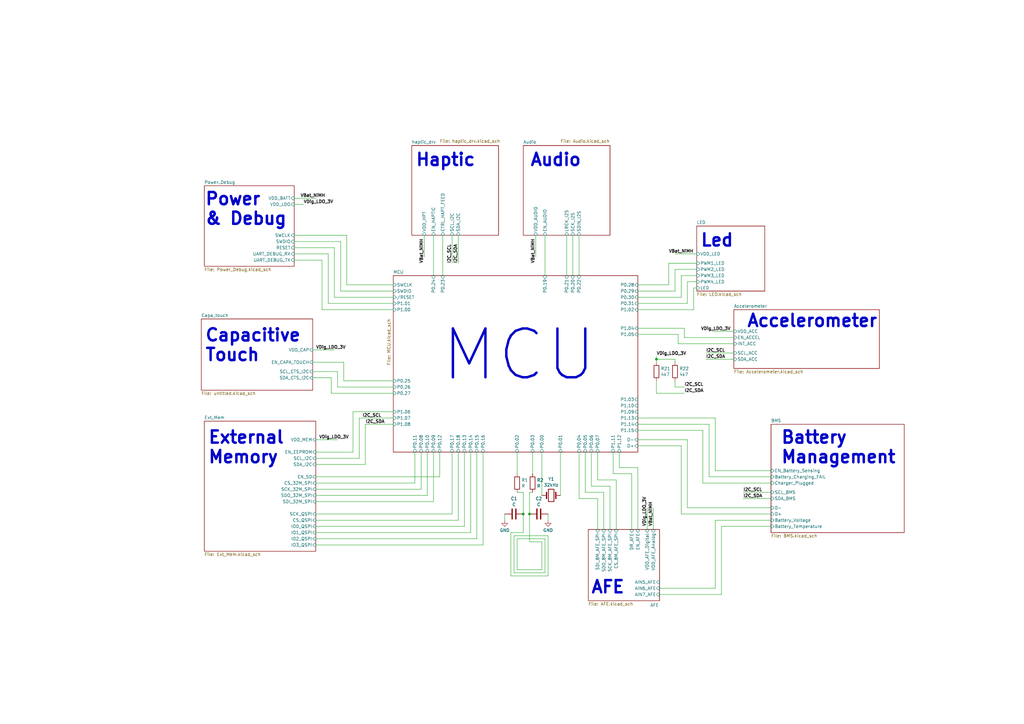
<source format=kicad_sch>
(kicad_sch (version 20230121) (generator eeschema)
  (paper "A3")
  (lib_symbols
    (symbol "Device:C" (pin_numbers hide) (pin_names (offset 0.254))
      (property "Reference" "C" (at 0.635 2.54 0))
      (property "Value" "C" (at 0.635 -2.54 0))
      (symbol "C_0_1"
        (polyline (pts (xy -2.032 -0.762) (xy 2.032 -0.762)) (stroke (width 0.508)))
        (polyline (pts (xy -2.032 0.762) (xy 2.032 0.762)) (stroke (width 0.508)))
      )
      (symbol "C_1_1"
        (pin passive line (at 0 3.81 270) (length 2.794) (name "~") (number "1"))
        (pin passive line (at 0 -3.81 90) (length 2.794) (name "~") (number "2"))
      )
    )
    (symbol "Device:Crystal" (pin_numbers hide) (pin_names (offset 1.016) hide)
      (property "Reference" "Y" (at 0 3.81 0))
      (property "Value" "Crystal" (at 0 -3.81 0))
      (symbol "Crystal_0_1"
        (rectangle (start -1.143 2.54) (end 1.143 -2.54) (stroke (width 0.3048)))
        (polyline (pts (xy -2.54 0) (xy -1.905 0)))
        (polyline (pts (xy -1.905 -1.27) (xy -1.905 1.27)) (stroke (width 0.508)))
        (polyline (pts (xy 1.905 -1.27) (xy 1.905 1.27)) (stroke (width 0.508)))
        (polyline (pts (xy 2.54 0) (xy 1.905 0)))
      )
      (symbol "Crystal_1_1"
        (pin passive line (at -3.81 0 0) (length 1.27) (name "1") (number "1"))
        (pin passive line (at 3.81 0 180) (length 1.27) (name "2") (number "2"))
      )
    )
    (symbol "Device:R" (pin_numbers hide) (pin_names (offset 0))
      (property "Reference" "R" (at 2.032 0 90))
      (property "Value" "R" (at 0 0 90))
      (symbol "R_0_1"
        (rectangle (start -1.016 -2.54) (end 1.016 2.54) (stroke (width 0.254)))
      )
      (symbol "R_1_1"
        (pin passive line (at 0 3.81 270) (length 1.27) (name "~") (number "1"))
        (pin passive line (at 0 -3.81 90) (length 1.27) (name "~") (number "2"))
      )
    )
    (symbol "power:GND" (power) (pin_names (offset 0))
      (property "Value" "GND" (at 0 -3.81 0))
      (symbol "GND_0_1"
        (polyline (pts (xy 0 0) (xy 0 -1.27) (xy 1.27 -1.27) (xy 0 -2.54) (xy -1.27 -1.27) (xy 0 -1.27)))
      )
      (symbol "GND_1_1"
        (pin power_in line (at 0 0 270) (length 0) hide (name "GND") (number "1"))
      )
    )
  )
  (junction (at 269.24 147.32))
  (junction (at 217.17 210.82))
  (junction (at 214.63 210.82))
  (wire (pts (xy 222.25 233.68) (xy 222.25 222.25)))
  (wire (pts (xy 316.23 208.28) (xy 281.94 208.28)))
  (wire (pts (xy 137.16 121.92) (xy 161.29 121.92)))
  (wire (pts (xy 240.03 201.93) (xy 247.65 201.93)))
  (wire (pts (xy 281.94 208.28) (xy 281.94 180.34)))
  (wire (pts (xy 234.95 96.52) (xy 234.95 113.03)))
  (wire (pts (xy 240.03 185.42) (xy 240.03 201.93)))
  (wire (pts (xy 144.78 185.42) (xy 129.54 185.42)))
  (wire (pts (xy 177.8 96.52) (xy 177.8 113.03)))
  (wire (pts (xy 229.87 185.42) (xy 229.87 203.2)))
  (wire (pts (xy 217.17 201.93) (xy 217.17 210.82)))
  (wire (pts (xy 280.67 134.62) (xy 280.67 138.43)))
  (wire (pts (xy 276.86 110.49) (xy 285.75 110.49)))
  (wire (pts (xy 285.75 107.95) (xy 274.32 107.95)))
  (wire (pts (xy 269.24 147.32) (xy 269.24 148.59)))
  (wire (pts (xy 252.73 196.85) (xy 252.73 217.17)))
  (wire (pts (xy 181.61 96.52) (xy 181.61 113.03)))
  (wire (pts (xy 254 185.42) (xy 254 191.77)))
  (wire (pts (xy 237.49 204.47) (xy 237.49 185.42)))
  (wire (pts (xy 288.29 198.12) (xy 316.23 198.12)))
  (wire (pts (xy 149.86 173.99) (xy 161.29 173.99)))
  (wire (pts (xy 261.62 191.77) (xy 254 191.77)))
  (wire (pts (xy 247.65 201.93) (xy 247.65 217.17)))
  (wire (pts (xy 290.83 195.58) (xy 316.23 195.58)))
  (wire (pts (xy 285.75 104.14) (xy 276.86 104.14)))
  (wire (pts (xy 218.44 185.42) (xy 218.44 194.31)))
  (wire (pts (xy 300.99 135.89) (xy 292.1 135.89)))
  (wire (pts (xy 173.99 96.52) (xy 173.99 105.41)))
  (wire (pts (xy 270.51 243.84) (xy 295.91 243.84)))
  (wire (pts (xy 261.62 116.84) (xy 274.32 116.84)))
  (wire (pts (xy 214.63 201.93) (xy 214.63 210.82)))
  (wire (pts (xy 129.54 187.96) (xy 147.32 187.96)))
  (wire (pts (xy 129.54 195.58) (xy 180.34 195.58)))
  (wire (pts (xy 187.96 213.36) (xy 129.54 213.36)))
  (wire (pts (xy 261.62 182.88) (xy 279.4 182.88)))
  (wire (pts (xy 242.57 199.39) (xy 242.57 185.42)))
  (wire (pts (xy 245.11 196.85) (xy 252.73 196.85)))
  (wire (pts (xy 250.19 217.17) (xy 250.19 199.39)))
  (wire (pts (xy 132.08 106.68) (xy 132.08 127)))
  (wire (pts (xy 149.86 173.99) (xy 149.86 190.5)))
  (wire (pts (xy 193.04 218.44) (xy 193.04 185.42)))
  (wire (pts (xy 261.62 217.17) (xy 261.62 191.77)))
  (wire (pts (xy 223.52 234.95) (xy 223.52 220.98)))
  (wire (pts (xy 128.27 152.4) (xy 138.43 152.4)))
  (wire (pts (xy 274.32 107.95) (xy 274.32 116.84)))
  (wire (pts (xy 140.97 148.59) (xy 128.27 148.59)))
  (wire (pts (xy 224.79 210.82) (xy 224.79 213.36)))
  (wire (pts (xy 267.97 217.17) (xy 267.97 208.28)))
  (wire (pts (xy 285.75 118.11) (xy 284.48 118.11)))
  (wire (pts (xy 139.7 119.38) (xy 139.7 99.06)))
  (wire (pts (xy 300.99 147.32) (xy 289.56 147.32)))
  (wire (pts (xy 147.32 187.96) (xy 147.32 171.45)))
  (wire (pts (xy 295.91 215.9) (xy 316.23 215.9)))
  (wire (pts (xy 170.18 198.12) (xy 170.18 185.42)))
  (wire (pts (xy 161.29 161.29) (xy 135.89 161.29)))
  (wire (pts (xy 259.08 194.31) (xy 259.08 217.17)))
  (wire (pts (xy 210.82 234.95) (xy 223.52 234.95)))
  (wire (pts (xy 261.62 121.92) (xy 279.4 121.92)))
  (wire (pts (xy 120.65 106.68) (xy 132.08 106.68)))
  (wire (pts (xy 120.65 101.6) (xy 137.16 101.6)))
  (wire (pts (xy 135.89 161.29) (xy 135.89 154.94)))
  (wire (pts (xy 224.79 219.71) (xy 210.82 219.71)))
  (wire (pts (xy 207.01 210.82) (xy 207.01 213.36)))
  (wire (pts (xy 129.54 210.82) (xy 185.42 210.82)))
  (wire (pts (xy 144.78 168.91) (xy 161.29 168.91)))
  (wire (pts (xy 237.49 96.52) (xy 237.49 113.03)))
  (wire (pts (xy 223.52 96.52) (xy 223.52 113.03)))
  (wire (pts (xy 149.86 190.5) (xy 129.54 190.5)))
  (wire (pts (xy 261.62 134.62) (xy 280.67 134.62)))
  (wire (pts (xy 316.23 201.93) (xy 304.8 201.93)))
  (wire (pts (xy 245.11 217.17) (xy 245.11 204.47)))
  (wire (pts (xy 129.54 198.12) (xy 170.18 198.12)))
  (wire (pts (xy 218.44 201.93) (xy 217.17 201.93)))
  (wire (pts (xy 187.96 185.42) (xy 187.96 213.36)))
  (wire (pts (xy 161.29 156.21) (xy 140.97 156.21)))
  (wire (pts (xy 288.29 176.53) (xy 261.62 176.53)))
  (wire (pts (xy 209.55 236.22) (xy 224.79 236.22)))
  (wire (pts (xy 217.17 222.25) (xy 217.17 210.82)))
  (wire (pts (xy 251.46 185.42) (xy 251.46 194.31)))
  (wire (pts (xy 142.24 96.52) (xy 142.24 116.84)))
  (wire (pts (xy 212.09 201.93) (xy 214.63 201.93)))
  (wire (pts (xy 177.8 185.42) (xy 177.8 205.74)))
  (wire (pts (xy 134.62 124.46) (xy 134.62 104.14)))
  (wire (pts (xy 245.11 185.42) (xy 245.11 196.85)))
  (wire (pts (xy 293.37 213.36) (xy 293.37 241.3)))
  (wire (pts (xy 269.24 146.05) (xy 269.24 147.32)))
  (wire (pts (xy 245.11 204.47) (xy 237.49 204.47)))
  (wire (pts (xy 129.54 180.34) (xy 138.43 180.34)))
  (wire (pts (xy 144.78 168.91) (xy 144.78 185.42)))
  (wire (pts (xy 128.27 143.51) (xy 137.16 143.51)))
  (wire (pts (xy 280.67 138.43) (xy 300.99 138.43)))
  (wire (pts (xy 138.43 158.75) (xy 161.29 158.75)))
  (wire (pts (xy 261.62 124.46) (xy 281.94 124.46)))
  (wire (pts (xy 140.97 156.21) (xy 140.97 148.59)))
  (wire (pts (xy 281.94 180.34) (xy 261.62 180.34)))
  (wire (pts (xy 278.13 140.97) (xy 300.99 140.97)))
  (wire (pts (xy 134.62 104.14) (xy 120.65 104.14)))
  (wire (pts (xy 222.25 185.42) (xy 222.25 203.2)))
  (wire (pts (xy 265.43 217.17) (xy 265.43 208.28)))
  (wire (pts (xy 219.71 96.52) (xy 219.71 105.41)))
  (wire (pts (xy 209.55 218.44) (xy 209.55 236.22)))
  (wire (pts (xy 129.54 223.52) (xy 198.12 223.52)))
  (wire (pts (xy 214.63 210.82) (xy 214.63 218.44)))
  (wire (pts (xy 139.7 99.06) (xy 120.65 99.06)))
  (wire (pts (xy 293.37 193.04) (xy 316.23 193.04)))
  (wire (pts (xy 261.62 173.99) (xy 290.83 173.99)))
  (wire (pts (xy 129.54 215.9) (xy 190.5 215.9)))
  (wire (pts (xy 135.89 154.94) (xy 128.27 154.94)))
  (wire (pts (xy 261.62 171.45) (xy 293.37 171.45)))
  (wire (pts (xy 175.26 203.2) (xy 175.26 185.42)))
  (wire (pts (xy 222.25 222.25) (xy 217.17 222.25)))
  (wire (pts (xy 195.58 185.42) (xy 195.58 220.98)))
  (wire (pts (xy 120.65 96.52) (xy 142.24 96.52)))
  (wire (pts (xy 147.32 171.45) (xy 161.29 171.45)))
  (wire (pts (xy 261.62 119.38) (xy 276.86 119.38)))
  (wire (pts (xy 276.86 156.21) (xy 276.86 158.75)))
  (wire (pts (xy 177.8 205.74) (xy 129.54 205.74)))
  (wire (pts (xy 212.09 233.68) (xy 222.25 233.68)))
  (wire (pts (xy 288.29 176.53) (xy 288.29 198.12)))
  (wire (pts (xy 279.4 113.03) (xy 279.4 121.92)))
  (wire (pts (xy 195.58 220.98) (xy 129.54 220.98)))
  (wire (pts (xy 281.94 115.57) (xy 285.75 115.57)))
  (wire (pts (xy 138.43 152.4) (xy 138.43 158.75)))
  (wire (pts (xy 212.09 220.98) (xy 212.09 233.68)))
  (wire (pts (xy 137.16 101.6) (xy 137.16 121.92)))
  (wire (pts (xy 120.65 81.28) (xy 129.54 81.28)))
  (wire (pts (xy 269.24 147.32) (xy 276.86 147.32)))
  (wire (pts (xy 300.99 144.78) (xy 289.56 144.78)))
  (wire (pts (xy 161.29 119.38) (xy 139.7 119.38)))
  (wire (pts (xy 284.48 118.11) (xy 284.48 127)))
  (wire (pts (xy 276.86 148.59) (xy 276.86 147.32)))
  (wire (pts (xy 261.62 127) (xy 284.48 127)))
  (wire (pts (xy 269.24 161.29) (xy 269.24 156.21)))
  (wire (pts (xy 290.83 173.99) (xy 290.83 195.58)))
  (wire (pts (xy 224.79 236.22) (xy 224.79 219.71)))
  (wire (pts (xy 214.63 218.44) (xy 209.55 218.44)))
  (wire (pts (xy 132.08 127) (xy 161.29 127)))
  (wire (pts (xy 280.67 161.29) (xy 269.24 161.29)))
  (wire (pts (xy 190.5 215.9) (xy 190.5 185.42)))
  (wire (pts (xy 223.52 220.98) (xy 212.09 220.98)))
  (wire (pts (xy 285.75 113.03) (xy 279.4 113.03)))
  (wire (pts (xy 232.41 96.52) (xy 232.41 113.03)))
  (wire (pts (xy 281.94 124.46) (xy 281.94 115.57)))
  (wire (pts (xy 185.42 210.82) (xy 185.42 185.42)))
  (wire (pts (xy 185.42 96.52) (xy 185.42 107.95)))
  (wire (pts (xy 278.13 137.16) (xy 278.13 140.97)))
  (wire (pts (xy 129.54 200.66) (xy 172.72 200.66)))
  (wire (pts (xy 293.37 171.45) (xy 293.37 193.04)))
  (wire (pts (xy 198.12 223.52) (xy 198.12 185.42)))
  (wire (pts (xy 210.82 219.71) (xy 210.82 234.95)))
  (wire (pts (xy 316.23 204.47) (xy 304.8 204.47)))
  (wire (pts (xy 187.96 96.52) (xy 187.96 107.95)))
  (wire (pts (xy 316.23 213.36) (xy 293.37 213.36)))
  (wire (pts (xy 120.65 83.82) (xy 124.46 83.82)))
  (wire (pts (xy 279.4 210.82) (xy 316.23 210.82)))
  (wire (pts (xy 251.46 194.31) (xy 259.08 194.31)))
  (wire (pts (xy 293.37 241.3) (xy 270.51 241.3)))
  (wire (pts (xy 276.86 158.75) (xy 280.67 158.75)))
  (wire (pts (xy 295.91 243.84) (xy 295.91 215.9)))
  (wire (pts (xy 134.62 124.46) (xy 161.29 124.46)))
  (wire (pts (xy 212.09 185.42) (xy 212.09 194.31)))
  (wire (pts (xy 250.19 199.39) (xy 242.57 199.39)))
  (wire (pts (xy 129.54 203.2) (xy 175.26 203.2)))
  (wire (pts (xy 129.54 218.44) (xy 193.04 218.44)))
  (wire (pts (xy 261.62 137.16) (xy 278.13 137.16)))
  (wire (pts (xy 279.4 182.88) (xy 279.4 210.82)))
  (wire (pts (xy 180.34 195.58) (xy 180.34 185.42)))
  (wire (pts (xy 142.24 116.84) (xy 161.29 116.84)))
  (wire (pts (xy 276.86 119.38) (xy 276.86 110.49)))
  (wire (pts (xy 172.72 200.66) (xy 172.72 185.42)))
  (text "Audio" (at 217.17 68.58 0) (effects (font (size 5 5) (thickness 1) bold) (justify left bottom)))
  (text "Accelerometer" (at 306.07 134.62 0) (effects (font (size 5 5) (thickness 1) bold) (justify left bottom)))
  (text "External\nMemory" (at 85.09 190.5 0) (effects (font (size 5 5) (thickness 1) bold) (justify left bottom)))
  (text "AFE" (at 256.54 243.84 0) (effects (font (size 5 5) (thickness 1) bold) (justify right bottom)))
  (text "Battery\nManagement" (at 320.04 190.5 0) (effects (font (size 5 5) (thickness 1) bold) (justify left bottom)))
  (text "MCU" (at 180.34 157.48 0) (effects (font (size 20 20) (thickness 1) bold) (justify left bottom)))
  (text "Power\n& Debug" (at 83.82 92.71 0) (effects (font (size 5 5) (thickness 1) bold) (justify left bottom)))
  (text "Haptic" (at 170.18 68.58 0) (effects (font (size 5 5) (thickness 1) bold) (justify left bottom)))
  (text "Led" (at 287.02 101.6 0) (effects (font (size 5 5) (thickness 1) bold) (justify left bottom)))
  (text "Capacitive \nTouch" (at 83.82 148.59 0) (effects (font (size 5 5) (thickness 1) bold) (justify left bottom)))
  (label "VDig_LDO_3V" (at 130.81 180.34 0) (effects (font bold)))
  (label "I2C_SDA" (at 187.96 107.95 90) (effects (font bold)))
  (label "I2C_SDA" (at 280.67 161.29 0) (effects (font bold)))
  (label "VDig_LDO_3V" (at 265.43 215.9 90) (effects (font bold)))
  (label "I2C_SDA" (at 149.86 173.99 0) (effects (font bold)))
  (label "VDig_LDO_3V" (at 129.54 143.51 0) (effects (font bold)))
  (label "I2C_SCL" (at 185.42 107.95 90) (effects (font bold)))
  (label "I2C_SCL" (at 148.59 171.45 0) (effects (font bold)))
  (label "I2C_SCL" (at 304.8 201.93 0) (effects (font bold)))
  (label "VDig_LDO_3V" (at 124.46 83.82 0) (effects (font bold)))
  (label "VDig_LDO_3V" (at 299.72 135.89 180) (effects (font bold)))
  (label "I2C_SDA" (at 304.8 204.47 0) (effects (font bold)))
  (label "VBat_NiMH" (at 219.71 97.79 270) (effects (font bold)))
  (label "I2C_SCL" (at 289.56 144.78 0) (effects (font bold)))
  (label "I2C_SCL" (at 280.67 158.75 0) (effects (font bold)))
  (label "VBat_NiMH" (at 123.19 81.28 0) (effects (font bold)))
  (label "VBat_NiMH" (at 267.97 215.9 90) (effects (font bold)))
  (label "VBat_NiMH" (at 173.99 97.79 270) (effects (font bold)))
  (label "VBat_NiMH" (at 284.48 104.14 180) (effects (font bold)))
  (label "VDig_LDO_3V" (at 269.24 146.05 0) (effects (font bold)))
  (label "I2C_SDA" (at 289.56 147.32 0) (effects (font bold)))
  (symbol (lib_id "Device:C") (at 220.98 210.82 90) (unit 1)
    (property "Reference" "C2" (at 220.98 204.5167 90))
    (property "Value" "C" (at 220.98 206.9409 90))
  )
  (symbol (lib_id "Device:R") (at 276.86 152.4 0) (unit 1)
    (property "Reference" "R22" (at 278.638 151.1879 0) (effects (justify left)))
    (property "Value" "4k7" (at 278.638 153.6121 0) (effects (justify left)))
    (property "Tolerance" "0.1%" (effects hide))
  )
  (symbol (lib_id "Device:R") (at 212.09 198.12 0) (unit 1)
    (property "Reference" "R1" (at 213.868 196.9079 0) (effects (justify left)))
    (property "Value" "R" (at 213.868 199.3321 0) (effects (justify left)))
    (property "Tolerance" "0.1%" (effects hide))
  )
  (symbol (lib_id "Device:R") (at 218.44 198.12 0) (unit 1)
    (property "Reference" "R2" (at 220.218 196.9079 0) (effects (justify left)))
    (property "Value" "R" (at 220.218 199.3321 0) (effects (justify left)))
    (property "Tolerance" "0.1%" (effects hide))
  )
  (symbol (lib_id "power:GND") (at 207.01 213.36 0) (unit 1)
    (property "Reference" "#PWR02" (effects hide))
    (property "Value" "GND" (at 207.01 217.4931 0))
  )
  (symbol (lib_id "Device:Crystal") (at 226.06 203.2 0) (unit 1)
    (property "Reference" "Y1" (at 226.06 196.4903 0))
    (property "Value" "32kHz" (at 226.06 198.9145 0))
  )
  (symbol (lib_id "power:GND") (at 224.79 213.36 0) (unit 1)
    (property "Reference" "#PWR03" (effects hide))
    (property "Value" "GND" (at 224.79 217.4931 0))
  )
  (symbol (lib_id "Device:C") (at 210.82 210.82 90) (unit 1)
    (property "Reference" "C1" (at 210.82 204.5167 90))
    (property "Value" "C" (at 210.82 206.9409 90))
  )
  (symbol (lib_id "Device:R") (at 269.24 152.4 0) (unit 1)
    (property "Reference" "R21" (at 271.018 151.1879 0) (effects (justify left)))
    (property "Value" "4k7" (at 271.018 153.6121 0) (effects (justify left)))
    (property "Tolerance" "0.1%" (effects hide))
  )
  (sheet (at 316.23 173.99) (size 54.61 44.45) (stroke (width 0.1524))
    (property "Sheetname" "BMS" (at 316.23 173.2784 0) (effects (justify left bottom)))
    (property "Sheetfile" "BMS.kicad_sch" (at 316.23 219.0246 0) (effects (justify left top)))
    (pin "Battery_Voltage" input (at 316.23 213.36 180))
    (pin "Battery_Temperature" input (at 316.23 215.9 180))
    (pin "Battery_Charging_FAIL" input (at 316.23 195.58 180))
    (pin "Charger_Plugged" input (at 316.23 198.12 180))
    (pin "SCL_BMS" input (at 316.23 201.93 180))
    (pin "SDA_BMS" input (at 316.23 204.47 180))
    (pin "EN_Battery_Sensing" input (at 316.23 193.04 180))
    (pin "D-" input (at 316.23 208.28 180))
    (pin "D+" input (at 316.23 210.82 180))
  )
  (sheet (at 214.63 59.69) (size 35.56 36.83) (stroke (width 0.1524))
    (property "Sheetname" "Audio" (at 214.63 58.9784 0) (effects (justify left bottom)))
    (property "Sheetfile" "Audio.kicad_sch" (at 229.87 57.15 0) (effects (justify left top)))
    (pin "SCK_I2S" input (at 234.95 96.52 270))
    (pin "LRCK_I2S" input (at 232.41 96.52 270))
    (pin "EN_AUDIO" input (at 223.52 96.52 270))
    (pin "VDD_AUDIO" input (at 219.71 96.52 270))
    (pin "SDIN_I2S" input (at 237.49 96.52 270))
  )
  (sheet (at 168.91 59.69) (size 35.56 36.83) (stroke (width 0.1524))
    (property "Sheetname" "haptic_drv" (at 168.91 58.9784 0) (effects (justify left bottom)))
    (property "Sheetfile" "haptic_drv.kicad_sch" (at 180.34 57.15 0) (effects (justify left top)))
    (pin "CTRL_HAPT_FEED" input (at 181.61 96.52 270))
    (pin "VDD_HPT" input (at 173.99 96.52 270))
    (pin "SDA_I2C" input (at 187.96 96.52 270))
    (pin "SCL_I2C" input (at 185.42 96.52 270))
    (pin "EN_HAPTIC" input (at 177.8 96.52 270))
  )
  (sheet (at 300.99 127) (size 59.69 24.13) (stroke (width 0.1524))
    (property "Sheetname" "Accelerometer" (at 300.99 126.2884 0) (effects (justify left bottom)))
    (property "Sheetfile" "Accelerometer.kicad_sch" (at 300.99 151.7146 0) (effects (justify left top)))
    (pin "EN_ACCEL" input (at 300.99 138.43 180))
    (pin "VDD_ACC" input (at 300.99 135.89 180))
    (pin "SDA_ACC" input (at 300.99 147.32 180))
    (pin "SCL_ACC" input (at 300.99 144.78 180))
    (pin "INT_ACC" input (at 300.99 140.97 180))
  )
  (sheet (at 285.75 92.71) (size 27.94 26.67) (stroke (width 0.1524))
    (property "Sheetname" "LED" (at 285.75 91.9984 0) (effects (justify left bottom)))
    (property "Sheetfile" "LED.kicad_sch" (at 285.75 119.9646 0) (effects (justify left top)))
    (pin "VDD_LED" input (at 285.75 104.14 180))
    (pin "PWM1_LED" input (at 285.75 107.95 180))
    (pin "PWM2_LED" input (at 285.75 110.49 180))
    (pin "PWM3_LED" input (at 285.75 113.03 180))
    (pin "PWM4_LED" input (at 285.75 115.57 180))
    (pin "LED" input (at 285.75 118.11 180))
  )
  (sheet (at 241.3 217.17) (size 29.21 29.21) (stroke (width 0.1524))
    (property "Sheetname" "AFE" (at 266.7 248.92 0) (effects (justify left bottom)))
    (property "Sheetfile" "AFE.kicad_sch" (at 241.3 246.9646 0) (effects (justify left top)))
    (pin "SDO_8M_AFE_SPI" input (at 247.65 217.17 90))
    (pin "SDI_8M_AFE_SPI" input (at 245.11 217.17 90))
    (pin "SCK_8M_AFE_SPI" input (at 250.19 217.17 90))
    (pin "EN_AFE" input (at 261.62 217.17 90))
    (pin "CS_8M_AFE_SPI" input (at 252.73 217.17 90))
    (pin "DR_AFE" input (at 259.08 217.17 90))
    (pin "VDD_AFE_Digital" input (at 265.43 217.17 90))
    (pin "VDD_AFE_Analog" input (at 267.97 217.17 90))
    (pin "AIN5_AFE" input (at 270.51 238.76 0))
    (pin "AIN6_AFE" input (at 270.51 241.3 0))
    (pin "AIN7_AFE" input (at 270.51 243.84 0))
  )
  (sheet (at 161.29 113.03) (size 100.33 72.39) (stroke (width 0.1524))
    (property "Sheetname" "MCU" (at 161.29 112.3184 0) (effects (justify left bottom)))
    (property "Sheetfile" "MCU.kicad_sch" (at 158.75 149.86 90) (effects (justify left top)))
    (pin "P0.00" input (at 222.25 185.42 270))
    (pin "P0.22" input (at 237.49 113.03 90))
    (pin "P0.23" input (at 181.61 113.03 90))
    (pin "P0.20" input (at 234.95 113.03 90))
    (pin "P0.21" input (at 232.41 113.03 90))
    (pin "P0.27" input (at 161.29 161.29 180))
    (pin "P0.24" input (at 177.8 113.03 90))
    (pin "P0.26" input (at 161.29 158.75 180))
    (pin "P0.25" input (at 161.29 156.21 180))
    (pin "P0.14" input (at 193.04 185.42 270))
    (pin "P0.15" input (at 195.58 185.42 270))
    (pin "P0.16" input (at 198.12 185.42 270))
    (pin "P0.29" input (at 261.62 119.38 0))
    (pin "P0.30" input (at 261.62 121.92 0))
    (pin "P0.28" input (at 261.62 116.84 0))
    (pin "P0.17" input (at 185.42 185.42 270))
    (pin "P0.19" input (at 223.52 113.03 90))
    (pin "P0.18" input (at 187.96 185.42 270))
    (pin "P0.13" input (at 190.5 185.42 270))
    (pin "P0.12" input (at 180.34 185.42 270))
    (pin "P0.10" input (at 175.26 185.42 270))
    (pin "P0.11" input (at 170.18 185.42 270))
    (pin "P0.05" input (at 240.03 185.42 270))
    (pin "P0.09" input (at 177.8 185.42 270))
    (pin "P0.06" input (at 242.57 185.42 270))
    (pin "P0.07" input (at 245.11 185.42 270))
    (pin "P0.08" input (at 172.72 185.42 270))
    (pin "P0.03" input (at 218.44 185.42 270))
    (pin "P0.02" input (at 212.09 185.42 270))
    (pin "P0.01" input (at 229.87 185.42 270))
    (pin "P0.04" input (at 237.49 185.42 270))
    (pin "P0.31" input (at 261.62 124.46 0))
    (pin "P1.00" input (at 161.29 127 180))
    (pin "P1.01" input (at 161.29 124.46 180))
    (pin "P1.11" input (at 251.46 185.42 270))
    (pin "P1.13" input (at 261.62 171.45 0))
    (pin "P1.12" input (at 254 185.42 270))
    (pin "P1.10" input (at 261.62 166.37 0))
    (pin "P1.08" input (at 161.29 173.99 180))
    (pin "P1.09" input (at 261.62 168.91 0))
    (pin "P1.06" input (at 161.29 168.91 180))
    (pin "P1.07" input (at 161.29 171.45 180))
    (pin "P1.14" input (at 261.62 173.99 0))
    (pin "P1.15" input (at 261.62 176.53 0))
    (pin "P1.02" input (at 261.62 127 0))
    (pin "P1.05" input (at 261.62 137.16 0))
    (pin "P1.03" input (at 261.62 163.83 0))
    (pin "P1.04" input (at 261.62 134.62 0))
    (pin "SWCLK" input (at 161.29 116.84 180))
    (pin "SWDIO" input (at 161.29 119.38 180))
    (pin "{slash}RESET" input (at 161.29 121.92 180))
    (pin "D-" input (at 261.62 180.34 0))
    (pin "D+" input (at 261.62 182.88 0))
  )
  (sheet (at 83.82 76.2) (size 36.83 33.02) (stroke (width 0.1524))
    (property "Sheetname" "Power_Debug" (at 83.82 75.4884 0) (effects (justify left bottom)))
    (property "Sheetfile" "Power_Debug.kicad_sch" (at 83.82 109.8046 0) (effects (justify left top)))
    (pin "VDD_BATT" input (at 120.65 81.28 0))
    (pin "VDD_LDO" input (at 120.65 83.82 0))
    (pin "SWCLK" input (at 120.65 96.52 0))
    (pin "SWDIO" input (at 120.65 99.06 0))
    (pin "RESET" input (at 120.65 101.6 0))
    (pin "UART_DEBUG_RX" input (at 120.65 104.14 0))
    (pin "UART_DEBUG_TX" input (at 120.65 106.68 0))
  )
  (sheet (at 83.82 172.72) (size 45.72 53.34) (stroke (width 0.1524))
    (property "Sheetname" "Ext_Mem" (at 83.82 172.0084 0) (effects (justify left bottom)))
    (property "Sheetfile" "Ext_Mem.kicad_sch" (at 83.82 226.6446 0) (effects (justify left top)))
    (pin "CS_32M_SPI" input (at 129.54 198.12 0))
    (pin "SCK_32M_SPI" input (at 129.54 200.66 0))
    (pin "SDO_32M_SPI" input (at 129.54 203.2 0))
    (pin "EN_SD" input (at 129.54 195.58 0))
    (pin "VDD_MEM" input (at 129.54 180.34 0))
    (pin "IO3_QSPI" input (at 129.54 223.52 0))
    (pin "SCK_QSPI" input (at 129.54 210.82 0))
    (pin "CS_QSPI" input (at 129.54 213.36 0))
    (pin "IO0_QSPI" input (at 129.54 215.9 0))
    (pin "IO2_QSPI" input (at 129.54 220.98 0))
    (pin "IO1_QSPI" input (at 129.54 218.44 0))
    (pin "SDI_32M_SPI" input (at 129.54 205.74 0))
    (pin "SDA_I2C" input (at 129.54 190.5 0))
    (pin "EN_EEPROM" input (at 129.54 185.42 0))
    (pin "SCL_I2C" input (at 129.54 187.96 0))
  )
  (sheet (at 82.55 130.81) (size 45.72 29.21) (stroke (width 0.1524))
    (property "Sheetname" "Capa_touch" (at 82.55 130.0984 0) (effects (justify left bottom)))
    (property "Sheetfile" "untitled.kicad_sch" (at 82.55 160.6046 0) (effects (justify left top)))
    (pin "SCL_CTS_I2C" input (at 128.27 152.4 0))
    (pin "SDA_CTS_I2C" input (at 128.27 154.94 0))
    (pin "VDD_CAP" input (at 128.27 143.51 0))
    (pin "EN_CAPA_TOUCH" input (at 128.27 148.59 0))
  )
)
</source>
